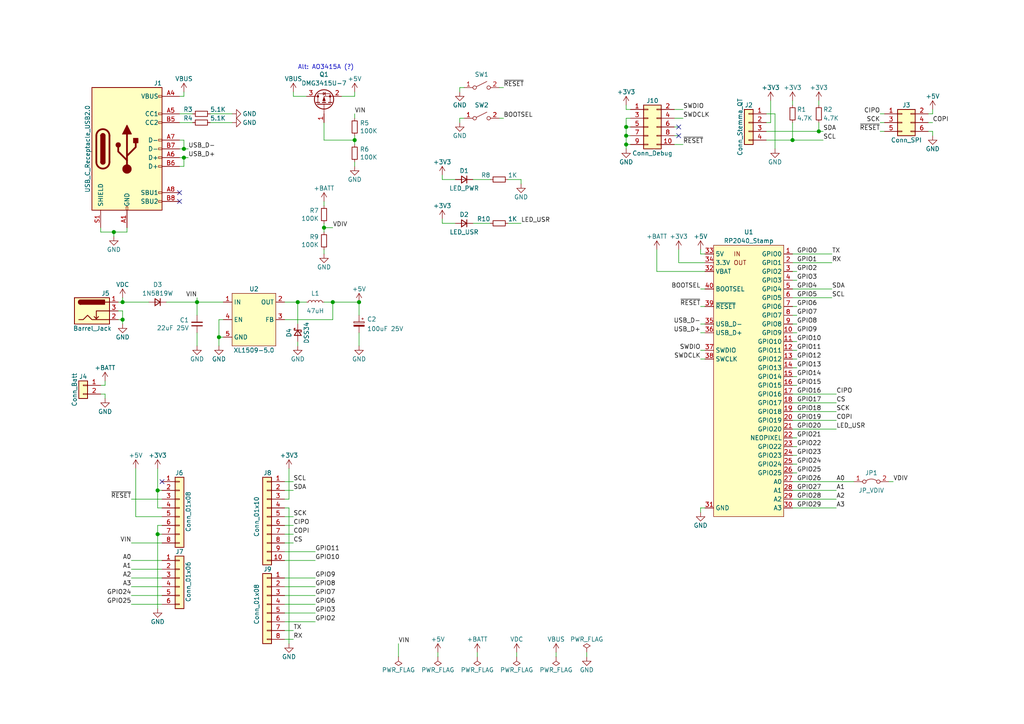
<source format=kicad_sch>
(kicad_sch (version 20210621) (generator eeschema)
  (paper "A4")
  (lib_symbols
    (symbol "Connector:Barrel_Jack_Switch" (pin_names hide)
      (property "Reference" "J" (at 0 5.334 0))
      (property "Value" "Barrel_Jack_Switch" (at 0 -5.08 0))
      (symbol "Barrel_Jack_Switch_1_1"
        (pin passive line (at 7.62 2.54 180) (length 2.54) (name "~") (number "1"))
        (pin passive line (at 7.62 -2.54 180) (length 2.54) (name "~") (number "2"))
        (pin passive line (at 7.62 0 180) (length 2.54) (name "~") (number "3"))
      )
    )
    (symbol "Connector:USB_C_Receptacle_USB2.0" (pin_names (offset 1.016))
      (property "Reference" "J" (at -10.16 19.05 0))
      (property "Value" "USB_C_Receptacle_USB2.0" (at 19.05 19.05 0))
      (symbol "USB_C_Receptacle_USB2.0_1_1"
        (pin passive line (at 0 -22.86 90) (length 5.08) (name "GND") (number "A1"))
        (pin passive line (at 0 -22.86 90) (length 5.08) hide (name "GND") (number "A12"))
        (pin passive line (at 15.24 15.24 180) (length 5.08) (name "VBUS") (number "A4"))
        (pin bidirectional line (at 15.24 10.16 180) (length 5.08) (name "CC1") (number "A5"))
        (pin bidirectional line (at 15.24 -2.54 180) (length 5.08) (name "D+") (number "A6"))
        (pin bidirectional line (at 15.24 2.54 180) (length 5.08) (name "D-") (number "A7"))
        (pin bidirectional line (at 15.24 -12.7 180) (length 5.08) (name "SBU1") (number "A8"))
        (pin passive line (at 15.24 15.24 180) (length 5.08) hide (name "VBUS") (number "A9"))
        (pin passive line (at 0 -22.86 90) (length 5.08) hide (name "GND") (number "B1"))
        (pin passive line (at 0 -22.86 90) (length 5.08) hide (name "GND") (number "B12"))
        (pin passive line (at 15.24 15.24 180) (length 5.08) hide (name "VBUS") (number "B4"))
        (pin bidirectional line (at 15.24 7.62 180) (length 5.08) (name "CC2") (number "B5"))
        (pin bidirectional line (at 15.24 -5.08 180) (length 5.08) (name "D+") (number "B6"))
        (pin bidirectional line (at 15.24 0 180) (length 5.08) (name "D-") (number "B7"))
        (pin bidirectional line (at 15.24 -15.24 180) (length 5.08) (name "SBU2") (number "B8"))
        (pin passive line (at 15.24 15.24 180) (length 5.08) hide (name "VBUS") (number "B9"))
        (pin passive line (at -7.62 -22.86 90) (length 5.08) (name "SHIELD") (number "S1"))
      )
    )
    (symbol "Connector_Generic:Conn_01x02" (pin_names (offset 1.016) hide)
      (property "Reference" "J" (at 0 2.54 0))
      (property "Value" "Conn_01x02" (at 0 -5.08 0))
      (symbol "Conn_01x02_1_1"
        (pin passive line (at -5.08 0 0) (length 3.81) (name "Pin_1") (number "1"))
        (pin passive line (at -5.08 -2.54 0) (length 3.81) (name "Pin_2") (number "2"))
      )
    )
    (symbol "Connector_Generic:Conn_01x04" (pin_names (offset 1.016) hide)
      (property "Reference" "J" (at 0 5.08 0))
      (property "Value" "Conn_01x04" (at 0 -7.62 0))
      (symbol "Conn_01x04_1_1"
        (pin passive line (at -5.08 2.54 0) (length 3.81) (name "Pin_1") (number "1"))
        (pin passive line (at -5.08 0 0) (length 3.81) (name "Pin_2") (number "2"))
        (pin passive line (at -5.08 -2.54 0) (length 3.81) (name "Pin_3") (number "3"))
        (pin passive line (at -5.08 -5.08 0) (length 3.81) (name "Pin_4") (number "4"))
      )
    )
    (symbol "Connector_Generic:Conn_01x06" (pin_names (offset 1.016) hide)
      (property "Reference" "J" (at 0 7.62 0))
      (property "Value" "Conn_01x06" (at 0 -10.16 0))
      (symbol "Conn_01x06_1_1"
        (pin passive line (at -5.08 5.08 0) (length 3.81) (name "Pin_1") (number "1"))
        (pin passive line (at -5.08 2.54 0) (length 3.81) (name "Pin_2") (number "2"))
        (pin passive line (at -5.08 0 0) (length 3.81) (name "Pin_3") (number "3"))
        (pin passive line (at -5.08 -2.54 0) (length 3.81) (name "Pin_4") (number "4"))
        (pin passive line (at -5.08 -5.08 0) (length 3.81) (name "Pin_5") (number "5"))
        (pin passive line (at -5.08 -7.62 0) (length 3.81) (name "Pin_6") (number "6"))
      )
    )
    (symbol "Connector_Generic:Conn_01x08" (pin_names (offset 1.016) hide)
      (property "Reference" "J" (at 0 10.16 0))
      (property "Value" "Conn_01x08" (at 0 -12.7 0))
      (symbol "Conn_01x08_1_1"
        (pin passive line (at -5.08 7.62 0) (length 3.81) (name "Pin_1") (number "1"))
        (pin passive line (at -5.08 5.08 0) (length 3.81) (name "Pin_2") (number "2"))
        (pin passive line (at -5.08 2.54 0) (length 3.81) (name "Pin_3") (number "3"))
        (pin passive line (at -5.08 0 0) (length 3.81) (name "Pin_4") (number "4"))
        (pin passive line (at -5.08 -2.54 0) (length 3.81) (name "Pin_5") (number "5"))
        (pin passive line (at -5.08 -5.08 0) (length 3.81) (name "Pin_6") (number "6"))
        (pin passive line (at -5.08 -7.62 0) (length 3.81) (name "Pin_7") (number "7"))
        (pin passive line (at -5.08 -10.16 0) (length 3.81) (name "Pin_8") (number "8"))
      )
    )
    (symbol "Connector_Generic:Conn_01x10" (pin_names (offset 1.016) hide)
      (property "Reference" "J" (at 0 12.7 0))
      (property "Value" "Conn_01x10" (at 0 -15.24 0))
      (symbol "Conn_01x10_1_1"
        (pin passive line (at -5.08 10.16 0) (length 3.81) (name "Pin_1") (number "1"))
        (pin passive line (at -5.08 -12.7 0) (length 3.81) (name "Pin_10") (number "10"))
        (pin passive line (at -5.08 7.62 0) (length 3.81) (name "Pin_2") (number "2"))
        (pin passive line (at -5.08 5.08 0) (length 3.81) (name "Pin_3") (number "3"))
        (pin passive line (at -5.08 2.54 0) (length 3.81) (name "Pin_4") (number "4"))
        (pin passive line (at -5.08 0 0) (length 3.81) (name "Pin_5") (number "5"))
        (pin passive line (at -5.08 -2.54 0) (length 3.81) (name "Pin_6") (number "6"))
        (pin passive line (at -5.08 -5.08 0) (length 3.81) (name "Pin_7") (number "7"))
        (pin passive line (at -5.08 -7.62 0) (length 3.81) (name "Pin_8") (number "8"))
        (pin passive line (at -5.08 -10.16 0) (length 3.81) (name "Pin_9") (number "9"))
      )
    )
    (symbol "Connector_Generic:Conn_02x03_Odd_Even" (pin_names (offset 1.016) hide)
      (property "Reference" "J" (at 1.27 5.08 0))
      (property "Value" "Conn_02x03_Odd_Even" (at 1.27 -5.08 0))
      (symbol "Conn_02x03_Odd_Even_1_1"
        (pin passive line (at -5.08 2.54 0) (length 3.81) (name "Pin_1") (number "1"))
        (pin passive line (at 7.62 2.54 180) (length 3.81) (name "Pin_2") (number "2"))
        (pin passive line (at -5.08 0 0) (length 3.81) (name "Pin_3") (number "3"))
        (pin passive line (at 7.62 0 180) (length 3.81) (name "Pin_4") (number "4"))
        (pin passive line (at -5.08 -2.54 0) (length 3.81) (name "Pin_5") (number "5"))
        (pin passive line (at 7.62 -2.54 180) (length 3.81) (name "Pin_6") (number "6"))
      )
    )
    (symbol "Connector_Generic:Conn_02x05_Odd_Even" (pin_names (offset 1.016) hide)
      (property "Reference" "J" (at 1.27 7.62 0))
      (property "Value" "Conn_02x05_Odd_Even" (at 1.27 -7.62 0))
      (symbol "Conn_02x05_Odd_Even_1_1"
        (pin passive line (at -5.08 5.08 0) (length 3.81) (name "Pin_1") (number "1"))
        (pin passive line (at 7.62 -5.08 180) (length 3.81) (name "Pin_10") (number "10"))
        (pin passive line (at 7.62 5.08 180) (length 3.81) (name "Pin_2") (number "2"))
        (pin passive line (at -5.08 2.54 0) (length 3.81) (name "Pin_3") (number "3"))
        (pin passive line (at 7.62 2.54 180) (length 3.81) (name "Pin_4") (number "4"))
        (pin passive line (at -5.08 0 0) (length 3.81) (name "Pin_5") (number "5"))
        (pin passive line (at 7.62 0 180) (length 3.81) (name "Pin_6") (number "6"))
        (pin passive line (at -5.08 -2.54 0) (length 3.81) (name "Pin_7") (number "7"))
        (pin passive line (at 7.62 -2.54 180) (length 3.81) (name "Pin_8") (number "8"))
        (pin passive line (at -5.08 -5.08 0) (length 3.81) (name "Pin_9") (number "9"))
      )
    )
    (symbol "Device:C_Polarized_Small" (pin_numbers hide) (pin_names (offset 0.254) hide)
      (property "Reference" "C" (at 0.254 1.778 0))
      (property "Value" "C_Polarized_Small" (at 0.254 -2.032 0))
      (symbol "C_Polarized_Small_1_1"
        (pin passive line (at 0 2.54 270) (length 1.8542) (name "~") (number "1"))
        (pin passive line (at 0 -2.54 90) (length 1.8542) (name "~") (number "2"))
      )
    )
    (symbol "Device:C_Small" (pin_numbers hide) (pin_names (offset 0.254) hide)
      (property "Reference" "C" (at 0.254 1.778 0))
      (property "Value" "C_Small" (at 0.254 -2.032 0))
      (symbol "C_Small_1_1"
        (pin passive line (at 0 2.54 270) (length 2.032) (name "~") (number "1"))
        (pin passive line (at 0 -2.54 90) (length 2.032) (name "~") (number "2"))
      )
    )
    (symbol "Device:D_Schottky_Small" (pin_numbers hide) (pin_names (offset 0.254) hide)
      (property "Reference" "D" (at -1.27 2.032 0))
      (property "Value" "D_Schottky_Small" (at -7.112 -2.032 0))
      (symbol "D_Schottky_Small_1_1"
        (pin passive line (at -2.54 0 0) (length 1.778) (name "K") (number "1"))
        (pin passive line (at 2.54 0 180) (length 1.778) (name "A") (number "2"))
      )
    )
    (symbol "Device:D_Small" (pin_numbers hide) (pin_names (offset 0.254) hide)
      (property "Reference" "D" (at -1.27 2.032 0))
      (property "Value" "D_Small" (at -3.81 -2.032 0))
      (symbol "D_Small_1_1"
        (pin passive line (at -2.54 0 0) (length 1.778) (name "K") (number "1"))
        (pin passive line (at 2.54 0 180) (length 1.778) (name "A") (number "2"))
      )
    )
    (symbol "Device:L_Small" (pin_numbers hide) (pin_names (offset 0.254) hide)
      (property "Reference" "L" (at 0.762 1.016 0))
      (property "Value" "L_Small" (at 0.762 -1.016 0))
      (symbol "L_Small_1_1"
        (pin passive line (at 0 2.54 270) (length 0.508) (name "~") (number "1"))
        (pin passive line (at 0 -2.54 90) (length 0.508) (name "~") (number "2"))
      )
    )
    (symbol "Device:R_Small" (pin_numbers hide) (pin_names (offset 0.254) hide)
      (property "Reference" "R" (at 0.762 0.508 0))
      (property "Value" "R_Small" (at 0.762 -1.016 0))
      (symbol "R_Small_1_1"
        (pin passive line (at 0 2.54 270) (length 0.762) (name "~") (number "1"))
        (pin passive line (at 0 -2.54 90) (length 0.762) (name "~") (number "2"))
      )
    )
    (symbol "Jumper:Jumper_2_Bridged" (pin_names (offset 0) hide)
      (property "Reference" "JP" (at 0 1.905 0))
      (property "Value" "Jumper_2_Bridged" (at 0 -2.54 0))
      (symbol "Jumper_2_Bridged_1_1"
        (pin passive line (at -5.08 0 0) (length 2.54) (name "A") (number "1"))
        (pin passive line (at 5.08 0 180) (length 2.54) (name "B") (number "2"))
      )
    )
    (symbol "RP2040_Stamp:RP2040_Stamp"
      (property "Reference" "U" (at 10.16 43.18 0))
      (property "Value" "RP2040_Stamp" (at 0 -38.1 0))
      (symbol "RP2040_Stamp_0_0"
        (text "IN" (at -4.445 39.37 0) (effects (font (size 1.27 1.27)) (justify left)))
        (text "OUT" (at -4.445 36.83 0) (effects (font (size 1.27 1.27)) (justify left)))
        (pin bidirectional line (at 12.7 39.37 180) (length 2.54) (name "GPIO0") (number "1"))
        (pin bidirectional line (at 12.7 16.51 180) (length 2.54) (name "GPIO9") (number "10"))
        (pin bidirectional line (at 12.7 13.97 180) (length 2.54) (name "GPIO10") (number "11"))
        (pin bidirectional line (at 12.7 11.43 180) (length 2.54) (name "GPIO11") (number "12"))
        (pin bidirectional line (at 12.7 8.89 180) (length 2.54) (name "GPIO12") (number "13"))
        (pin bidirectional line (at 12.7 6.35 180) (length 2.54) (name "GPIO13") (number "14"))
        (pin bidirectional line (at 12.7 3.81 180) (length 2.54) (name "GPIO14") (number "15"))
        (pin bidirectional line (at 12.7 1.27 180) (length 2.54) (name "GPIO15") (number "16"))
        (pin bidirectional line (at 12.7 -1.27 180) (length 2.54) (name "GPIO16") (number "17"))
        (pin bidirectional line (at 12.7 -3.81 180) (length 2.54) (name "GPIO17") (number "18"))
        (pin bidirectional line (at 12.7 -6.35 180) (length 2.54) (name "GPIO18") (number "19"))
        (pin bidirectional line (at 12.7 36.83 180) (length 2.54) (name "GPIO1") (number "2"))
        (pin bidirectional line (at 12.7 -8.89 180) (length 2.54) (name "GPIO19") (number "20"))
        (pin bidirectional line (at 12.7 -11.43 180) (length 2.54) (name "GPIO20") (number "21"))
        (pin bidirectional line (at 12.7 -13.97 180) (length 2.54) (name "GPIO21") (number "22") (alternate "NEOPIXEL" output line))
        (pin bidirectional line (at 12.7 -16.51 180) (length 2.54) (name "GPIO22") (number "23"))
        (pin bidirectional line (at 12.7 -19.05 180) (length 2.54) (name "GPIO23") (number "24"))
        (pin bidirectional line (at 12.7 -21.59 180) (length 2.54) (name "GPIO24") (number "25"))
        (pin bidirectional line (at 12.7 -24.13 180) (length 2.54) (name "GPIO25") (number "26"))
        (pin bidirectional line (at 12.7 -26.67 180) (length 2.54) (name "GPIO26") (number "27") (alternate "A0" input line))
        (pin bidirectional line (at 12.7 -29.21 180) (length 2.54) (name "GPIO27") (number "28") (alternate "A1" input line))
        (pin bidirectional line (at 12.7 -31.75 180) (length 2.54) (name "GPIO28") (number "29") (alternate "A2" input line))
        (pin bidirectional line (at 12.7 34.29 180) (length 2.54) (name "GPIO2") (number "3"))
        (pin bidirectional line (at 12.7 -34.29 180) (length 2.54) (name "GPIO29") (number "30") (alternate "A3" input line))
        (pin power_in line (at -12.7 -34.29 0) (length 2.54) (name "GND") (number "31"))
        (pin power_in line (at -12.7 34.29 0) (length 2.54) (name "VBAT") (number "32"))
        (pin power_in line (at -12.7 39.37 0) (length 2.54) (name "5V") (number "33"))
        (pin power_out line (at -12.7 36.83 0) (length 2.54) (name "3.3V") (number "34"))
        (pin bidirectional line (at -12.7 19.05 0) (length 2.54) (name "USB_D-") (number "35"))
        (pin bidirectional line (at -12.7 16.51 0) (length 2.54) (name "USB_D+") (number "36"))
        (pin bidirectional line (at -12.7 11.43 0) (length 2.54) (name "SWDIO") (number "37"))
        (pin input line (at -12.7 8.89 0) (length 2.54) (name "SWCLK") (number "38"))
        (pin bidirectional line (at -12.7 24.13 0) (length 2.54) (name "~{RESET}") (number "39"))
        (pin bidirectional line (at 12.7 31.75 180) (length 2.54) (name "GPIO3") (number "4"))
        (pin input line (at -12.7 29.21 0) (length 2.54) (name "BOOTSEL") (number "40"))
        (pin bidirectional line (at 12.7 29.21 180) (length 2.54) (name "GPIO4") (number "5"))
        (pin bidirectional line (at 12.7 26.67 180) (length 2.54) (name "GPIO5") (number "6"))
        (pin bidirectional line (at 12.7 24.13 180) (length 2.54) (name "GPIO6") (number "7"))
        (pin bidirectional line (at 12.7 21.59 180) (length 2.54) (name "GPIO7") (number "8"))
        (pin bidirectional line (at 12.7 19.05 180) (length 2.54) (name "GPIO8") (number "9"))
      )
    )
    (symbol "Regulator_Switching_Extra:XL1509-5.0"
      (property "Reference" "U" (at 6.35 8.89 0))
      (property "Value" "XL1509-5.0" (at 0 -8.89 0))
      (symbol "XL1509-5.0_0_0"
        (pin passive line (at -8.89 -5.08 0) (length 2.54) hide (name "GND") (number "6"))
        (pin passive line (at -8.89 -5.08 0) (length 2.54) hide (name "GND") (number "7"))
        (pin passive line (at -8.89 -5.08 0) (length 2.54) hide (name "GND") (number "8"))
      )
      (symbol "XL1509-5.0_1_1"
        (pin power_in line (at -8.89 5.08 0) (length 2.54) (name "IN") (number "1"))
        (pin power_out line (at 8.89 5.08 180) (length 2.54) (name "OUT") (number "2"))
        (pin input line (at 8.89 0 180) (length 2.54) (name "FB") (number "3"))
        (pin input line (at -8.89 0 0) (length 2.54) (name "EN") (number "4"))
        (pin power_in line (at -8.89 -5.08 0) (length 2.54) (name "GND") (number "5"))
      )
    )
    (symbol "Switch:SW_SPST" (pin_names (offset 0) hide)
      (property "Reference" "SW" (at 0 3.175 0))
      (property "Value" "SW_SPST" (at 0 -2.54 0))
      (symbol "SW_SPST_1_1"
        (pin passive line (at -5.08 0 0) (length 2.54) (name "A") (number "1"))
        (pin passive line (at 5.08 0 180) (length 2.54) (name "B") (number "2"))
      )
    )
    (symbol "Transistor_FET:BSS84" (pin_names hide)
      (property "Reference" "Q" (at 5.08 1.905 0))
      (property "Value" "BSS84" (at 5.08 0 0))
      (symbol "BSS84_1_1"
        (pin input line (at -5.08 0 0) (length 2.54) (name "G") (number "1"))
        (pin passive line (at 2.54 -5.08 90) (length 2.54) (name "S") (number "2"))
        (pin passive line (at 2.54 5.08 270) (length 2.54) (name "D") (number "3"))
      )
    )
    (symbol "power:+3.3V" (power) (pin_names (offset 0))
      (property "Value" "+3.3V" (at 0 3.556 0))
      (symbol "+3.3V_1_1"
        (pin power_in line (at 0 0 90) (length 0) hide (name "+3V3") (number "1"))
      )
    )
    (symbol "power:+3V3" (power) (pin_names (offset 0))
      (property "Value" "+3V3" (at 0 3.556 0))
      (symbol "+3V3_1_1"
        (pin power_in line (at 0 0 90) (length 0) hide (name "+3V3") (number "1"))
      )
    )
    (symbol "power:+5V" (power) (pin_names (offset 0))
      (property "Value" "+5V" (at 0 3.556 0))
      (symbol "+5V_1_1"
        (pin power_in line (at 0 0 90) (length 0) hide (name "+5V") (number "1"))
      )
    )
    (symbol "power:+BATT" (power) (pin_names (offset 0))
      (property "Value" "+BATT" (at 0 3.556 0))
      (symbol "+BATT_1_1"
        (pin power_in line (at 0 0 90) (length 0) hide (name "+BATT") (number "1"))
      )
    )
    (symbol "power:GND" (power) (pin_names (offset 0))
      (property "Value" "GND" (at 0 -3.81 0))
      (symbol "GND_1_1"
        (pin power_in line (at 0 0 270) (length 0) hide (name "GND") (number "1"))
      )
    )
    (symbol "power:PWR_FLAG" (power) (pin_numbers hide) (pin_names (offset 0) hide)
      (property "Value" "PWR_FLAG" (at 0 3.81 0))
      (symbol "PWR_FLAG_0_0"
        (pin power_out line (at 0 0 90) (length 0) (name "pwr") (number "1"))
      )
    )
    (symbol "power:VBUS" (power) (pin_names (offset 0))
      (property "Value" "VBUS" (at 0 3.81 0))
      (symbol "VBUS_1_1"
        (pin power_in line (at 0 0 90) (length 0) hide (name "VBUS") (number "1"))
      )
    )
    (symbol "power:VDC" (power) (pin_names (offset 0))
      (property "Value" "VDC" (at 0 6.35 0))
      (symbol "VDC_1_1"
        (pin power_in line (at 0 0 90) (length 0) hide (name "VDC") (number "1"))
      )
    )
  )
  (junction (at 33.02 67.31) (diameter 1.016))
  (junction (at 35.56 87.63) (diameter 1.016))
  (junction (at 35.56 92.71) (diameter 1.016))
  (junction (at 45.72 142.24) (diameter 1.016))
  (junction (at 45.72 154.94) (diameter 1.016))
  (junction (at 53.34 43.18) (diameter 1.016))
  (junction (at 53.34 45.72) (diameter 1.016))
  (junction (at 57.15 87.63) (diameter 1.016))
  (junction (at 63.5 97.79) (diameter 1.016))
  (junction (at 86.36 87.63) (diameter 1.016))
  (junction (at 93.98 66.04) (diameter 1.016))
  (junction (at 96.52 87.63) (diameter 1.016))
  (junction (at 102.87 40.64) (diameter 1.016))
  (junction (at 104.14 87.63) (diameter 1.016))
  (junction (at 181.61 36.83) (diameter 1.016))
  (junction (at 181.61 39.37) (diameter 1.016))
  (junction (at 181.61 41.91) (diameter 1.016))
  (junction (at 229.87 40.64) (diameter 1.016))
  (junction (at 237.49 38.1) (diameter 1.016))
  (no_connect (at 46.99 139.7))
  (no_connect (at 52.07 55.88))
  (no_connect (at 52.07 58.42))
  (no_connect (at 196.85 36.83))
  (no_connect (at 196.85 39.37))
  (wire (pts (xy 29.21 66.04) (xy 29.21 67.31)))
  (wire (pts (xy 29.21 67.31) (xy 33.02 67.31)))
  (wire (pts (xy 29.21 111.76) (xy 30.48 111.76)))
  (wire (pts (xy 29.21 114.3) (xy 30.48 114.3)))
  (wire (pts (xy 30.48 110.49) (xy 30.48 111.76)))
  (wire (pts (xy 30.48 114.3) (xy 30.48 115.57)))
  (wire (pts (xy 33.02 67.31) (xy 33.02 68.58)))
  (wire (pts (xy 33.02 67.31) (xy 36.83 67.31)))
  (wire (pts (xy 34.29 87.63) (xy 35.56 87.63)))
  (wire (pts (xy 34.29 90.17) (xy 35.56 90.17)))
  (wire (pts (xy 34.29 92.71) (xy 35.56 92.71)))
  (wire (pts (xy 35.56 87.63) (xy 35.56 86.36)))
  (wire (pts (xy 35.56 87.63) (xy 43.18 87.63)))
  (wire (pts (xy 35.56 90.17) (xy 35.56 92.71)))
  (wire (pts (xy 35.56 92.71) (xy 35.56 93.98)))
  (wire (pts (xy 36.83 67.31) (xy 36.83 66.04)))
  (wire (pts (xy 38.1 144.78) (xy 46.99 144.78)))
  (wire (pts (xy 38.1 157.48) (xy 46.99 157.48)))
  (wire (pts (xy 38.1 172.72) (xy 46.99 172.72)))
  (wire (pts (xy 38.1 175.26) (xy 46.99 175.26)))
  (wire (pts (xy 39.37 149.86) (xy 39.37 135.89)))
  (wire (pts (xy 39.37 149.86) (xy 46.99 149.86)))
  (wire (pts (xy 45.72 135.89) (xy 45.72 142.24)))
  (wire (pts (xy 45.72 142.24) (xy 45.72 147.32)))
  (wire (pts (xy 45.72 142.24) (xy 46.99 142.24)))
  (wire (pts (xy 45.72 147.32) (xy 46.99 147.32)))
  (wire (pts (xy 45.72 152.4) (xy 45.72 154.94)))
  (wire (pts (xy 45.72 154.94) (xy 45.72 176.53)))
  (wire (pts (xy 46.99 152.4) (xy 45.72 152.4)))
  (wire (pts (xy 46.99 154.94) (xy 45.72 154.94)))
  (wire (pts (xy 46.99 162.56) (xy 38.1 162.56)))
  (wire (pts (xy 46.99 165.1) (xy 38.1 165.1)))
  (wire (pts (xy 46.99 167.64) (xy 38.1 167.64)))
  (wire (pts (xy 46.99 170.18) (xy 38.1 170.18)))
  (wire (pts (xy 48.26 87.63) (xy 57.15 87.63)))
  (wire (pts (xy 52.07 27.94) (xy 53.34 27.94)))
  (wire (pts (xy 52.07 33.02) (xy 55.88 33.02)))
  (wire (pts (xy 52.07 35.56) (xy 55.88 35.56)))
  (wire (pts (xy 52.07 40.64) (xy 53.34 40.64)))
  (wire (pts (xy 52.07 43.18) (xy 53.34 43.18)))
  (wire (pts (xy 52.07 45.72) (xy 53.34 45.72)))
  (wire (pts (xy 52.07 48.26) (xy 53.34 48.26)))
  (wire (pts (xy 53.34 26.67) (xy 53.34 27.94)))
  (wire (pts (xy 53.34 40.64) (xy 53.34 43.18)))
  (wire (pts (xy 53.34 43.18) (xy 54.61 43.18)))
  (wire (pts (xy 53.34 45.72) (xy 54.61 45.72)))
  (wire (pts (xy 53.34 48.26) (xy 53.34 45.72)))
  (wire (pts (xy 57.15 87.63) (xy 57.15 86.36)))
  (wire (pts (xy 57.15 87.63) (xy 57.15 91.44)))
  (wire (pts (xy 57.15 87.63) (xy 64.77 87.63)))
  (wire (pts (xy 57.15 96.52) (xy 57.15 100.33)))
  (wire (pts (xy 60.96 33.02) (xy 67.31 33.02)))
  (wire (pts (xy 60.96 35.56) (xy 67.31 35.56)))
  (wire (pts (xy 63.5 92.71) (xy 63.5 97.79)))
  (wire (pts (xy 63.5 97.79) (xy 63.5 100.33)))
  (wire (pts (xy 64.77 92.71) (xy 63.5 92.71)))
  (wire (pts (xy 64.77 97.79) (xy 63.5 97.79)))
  (wire (pts (xy 82.55 87.63) (xy 86.36 87.63)))
  (wire (pts (xy 82.55 92.71) (xy 96.52 92.71)))
  (wire (pts (xy 82.55 139.7) (xy 85.09 139.7)))
  (wire (pts (xy 82.55 142.24) (xy 85.09 142.24)))
  (wire (pts (xy 82.55 144.78) (xy 83.82 144.78)))
  (wire (pts (xy 82.55 147.32) (xy 83.82 147.32)))
  (wire (pts (xy 82.55 149.86) (xy 85.09 149.86)))
  (wire (pts (xy 82.55 152.4) (xy 85.09 152.4)))
  (wire (pts (xy 82.55 154.94) (xy 85.09 154.94)))
  (wire (pts (xy 82.55 157.48) (xy 85.09 157.48)))
  (wire (pts (xy 82.55 160.02) (xy 91.44 160.02)))
  (wire (pts (xy 82.55 162.56) (xy 91.44 162.56)))
  (wire (pts (xy 82.55 167.64) (xy 91.44 167.64)))
  (wire (pts (xy 82.55 170.18) (xy 91.44 170.18)))
  (wire (pts (xy 82.55 172.72) (xy 91.44 172.72)))
  (wire (pts (xy 82.55 175.26) (xy 91.44 175.26)))
  (wire (pts (xy 82.55 177.8) (xy 91.44 177.8)))
  (wire (pts (xy 82.55 180.34) (xy 91.44 180.34)))
  (wire (pts (xy 82.55 182.88) (xy 85.09 182.88)))
  (wire (pts (xy 82.55 185.42) (xy 85.09 185.42)))
  (wire (pts (xy 83.82 135.89) (xy 83.82 144.78)))
  (wire (pts (xy 83.82 147.32) (xy 83.82 186.69)))
  (wire (pts (xy 85.09 26.67) (xy 85.09 27.94)))
  (wire (pts (xy 85.09 27.94) (xy 88.9 27.94)))
  (wire (pts (xy 86.36 87.63) (xy 88.9 87.63)))
  (wire (pts (xy 86.36 93.98) (xy 86.36 87.63)))
  (wire (pts (xy 86.36 99.06) (xy 86.36 100.33)))
  (wire (pts (xy 93.98 40.64) (xy 93.98 35.56)))
  (wire (pts (xy 93.98 40.64) (xy 102.87 40.64)))
  (wire (pts (xy 93.98 58.42) (xy 93.98 59.69)))
  (wire (pts (xy 93.98 64.77) (xy 93.98 66.04)))
  (wire (pts (xy 93.98 66.04) (xy 93.98 67.31)))
  (wire (pts (xy 93.98 72.39) (xy 93.98 73.66)))
  (wire (pts (xy 93.98 87.63) (xy 96.52 87.63)))
  (wire (pts (xy 96.52 66.04) (xy 93.98 66.04)))
  (wire (pts (xy 96.52 87.63) (xy 96.52 92.71)))
  (wire (pts (xy 96.52 87.63) (xy 104.14 87.63)))
  (wire (pts (xy 99.06 27.94) (xy 102.87 27.94)))
  (wire (pts (xy 102.87 26.67) (xy 102.87 27.94)))
  (wire (pts (xy 102.87 33.02) (xy 102.87 34.29)))
  (wire (pts (xy 102.87 39.37) (xy 102.87 40.64)))
  (wire (pts (xy 102.87 40.64) (xy 102.87 41.91)))
  (wire (pts (xy 102.87 46.99) (xy 102.87 48.26)))
  (wire (pts (xy 104.14 87.63) (xy 104.14 91.44)))
  (wire (pts (xy 104.14 96.52) (xy 104.14 100.33)))
  (wire (pts (xy 115.57 186.69) (xy 115.57 190.5)))
  (wire (pts (xy 127 189.23) (xy 127 190.5)))
  (wire (pts (xy 128.27 52.07) (xy 128.27 50.8)))
  (wire (pts (xy 128.27 52.07) (xy 132.08 52.07)))
  (wire (pts (xy 128.27 64.77) (xy 128.27 63.5)))
  (wire (pts (xy 128.27 64.77) (xy 132.08 64.77)))
  (wire (pts (xy 133.35 25.4) (xy 133.35 26.67)))
  (wire (pts (xy 133.35 34.29) (xy 133.35 35.56)))
  (wire (pts (xy 134.62 25.4) (xy 133.35 25.4)))
  (wire (pts (xy 134.62 34.29) (xy 133.35 34.29)))
  (wire (pts (xy 137.16 52.07) (xy 142.24 52.07)))
  (wire (pts (xy 137.16 64.77) (xy 142.24 64.77)))
  (wire (pts (xy 138.43 189.23) (xy 138.43 190.5)))
  (wire (pts (xy 144.78 25.4) (xy 146.05 25.4)))
  (wire (pts (xy 144.78 34.29) (xy 146.05 34.29)))
  (wire (pts (xy 147.32 52.07) (xy 151.13 52.07)))
  (wire (pts (xy 147.32 64.77) (xy 151.13 64.77)))
  (wire (pts (xy 149.86 189.23) (xy 149.86 190.5)))
  (wire (pts (xy 151.13 52.07) (xy 151.13 53.34)))
  (wire (pts (xy 161.29 189.23) (xy 161.29 190.5)))
  (wire (pts (xy 170.18 189.23) (xy 170.18 190.5)))
  (wire (pts (xy 181.61 31.75) (xy 181.61 30.48)))
  (wire (pts (xy 181.61 34.29) (xy 181.61 36.83)))
  (wire (pts (xy 181.61 36.83) (xy 181.61 39.37)))
  (wire (pts (xy 181.61 39.37) (xy 181.61 41.91)))
  (wire (pts (xy 181.61 41.91) (xy 181.61 43.18)))
  (wire (pts (xy 182.88 31.75) (xy 181.61 31.75)))
  (wire (pts (xy 182.88 34.29) (xy 181.61 34.29)))
  (wire (pts (xy 182.88 36.83) (xy 181.61 36.83)))
  (wire (pts (xy 182.88 39.37) (xy 181.61 39.37)))
  (wire (pts (xy 182.88 41.91) (xy 181.61 41.91)))
  (wire (pts (xy 190.5 78.74) (xy 190.5 72.39)))
  (wire (pts (xy 190.5 78.74) (xy 204.47 78.74)))
  (wire (pts (xy 195.58 31.75) (xy 198.12 31.75)))
  (wire (pts (xy 195.58 34.29) (xy 198.12 34.29)))
  (wire (pts (xy 195.58 36.83) (xy 196.85 36.83)))
  (wire (pts (xy 195.58 39.37) (xy 196.85 39.37)))
  (wire (pts (xy 195.58 41.91) (xy 198.12 41.91)))
  (wire (pts (xy 196.85 72.39) (xy 196.85 76.2)))
  (wire (pts (xy 196.85 76.2) (xy 204.47 76.2)))
  (wire (pts (xy 203.2 72.39) (xy 203.2 73.66)))
  (wire (pts (xy 203.2 83.82) (xy 204.47 83.82)))
  (wire (pts (xy 203.2 88.9) (xy 204.47 88.9)))
  (wire (pts (xy 203.2 93.98) (xy 204.47 93.98)))
  (wire (pts (xy 203.2 96.52) (xy 204.47 96.52)))
  (wire (pts (xy 203.2 101.6) (xy 204.47 101.6)))
  (wire (pts (xy 203.2 104.14) (xy 204.47 104.14)))
  (wire (pts (xy 203.2 147.32) (xy 203.2 148.59)))
  (wire (pts (xy 204.47 73.66) (xy 203.2 73.66)))
  (wire (pts (xy 204.47 147.32) (xy 203.2 147.32)))
  (wire (pts (xy 222.25 33.02) (xy 224.79 33.02)))
  (wire (pts (xy 222.25 35.56) (xy 223.52 35.56)))
  (wire (pts (xy 222.25 38.1) (xy 237.49 38.1)))
  (wire (pts (xy 222.25 40.64) (xy 229.87 40.64)))
  (wire (pts (xy 223.52 35.56) (xy 223.52 29.21)))
  (wire (pts (xy 224.79 33.02) (xy 224.79 43.18)))
  (wire (pts (xy 229.87 29.21) (xy 229.87 30.48)))
  (wire (pts (xy 229.87 35.56) (xy 229.87 40.64)))
  (wire (pts (xy 229.87 40.64) (xy 238.76 40.64)))
  (wire (pts (xy 229.87 73.66) (xy 241.3 73.66)))
  (wire (pts (xy 229.87 76.2) (xy 241.3 76.2)))
  (wire (pts (xy 229.87 78.74) (xy 231.14 78.74)))
  (wire (pts (xy 229.87 81.28) (xy 231.14 81.28)))
  (wire (pts (xy 229.87 83.82) (xy 241.3 83.82)))
  (wire (pts (xy 229.87 86.36) (xy 241.3 86.36)))
  (wire (pts (xy 229.87 88.9) (xy 231.14 88.9)))
  (wire (pts (xy 229.87 91.44) (xy 231.14 91.44)))
  (wire (pts (xy 229.87 93.98) (xy 231.14 93.98)))
  (wire (pts (xy 229.87 96.52) (xy 231.14 96.52)))
  (wire (pts (xy 229.87 99.06) (xy 231.14 99.06)))
  (wire (pts (xy 229.87 101.6) (xy 231.14 101.6)))
  (wire (pts (xy 229.87 104.14) (xy 231.14 104.14)))
  (wire (pts (xy 229.87 106.68) (xy 231.14 106.68)))
  (wire (pts (xy 229.87 109.22) (xy 231.14 109.22)))
  (wire (pts (xy 229.87 111.76) (xy 231.14 111.76)))
  (wire (pts (xy 229.87 114.3) (xy 242.57 114.3)))
  (wire (pts (xy 229.87 116.84) (xy 242.57 116.84)))
  (wire (pts (xy 229.87 119.38) (xy 242.57 119.38)))
  (wire (pts (xy 229.87 121.92) (xy 242.57 121.92)))
  (wire (pts (xy 229.87 124.46) (xy 242.57 124.46)))
  (wire (pts (xy 229.87 127) (xy 231.14 127)))
  (wire (pts (xy 229.87 129.54) (xy 231.14 129.54)))
  (wire (pts (xy 229.87 132.08) (xy 231.14 132.08)))
  (wire (pts (xy 229.87 134.62) (xy 231.14 134.62)))
  (wire (pts (xy 229.87 137.16) (xy 231.14 137.16)))
  (wire (pts (xy 229.87 139.7) (xy 247.65 139.7)))
  (wire (pts (xy 229.87 142.24) (xy 242.57 142.24)))
  (wire (pts (xy 229.87 144.78) (xy 242.57 144.78)))
  (wire (pts (xy 229.87 147.32) (xy 242.57 147.32)))
  (wire (pts (xy 237.49 29.21) (xy 237.49 30.48)))
  (wire (pts (xy 237.49 35.56) (xy 237.49 38.1)))
  (wire (pts (xy 237.49 38.1) (xy 238.76 38.1)))
  (wire (pts (xy 255.27 33.02) (xy 256.54 33.02)))
  (wire (pts (xy 255.27 35.56) (xy 256.54 35.56)))
  (wire (pts (xy 255.27 38.1) (xy 256.54 38.1)))
  (wire (pts (xy 257.81 139.7) (xy 259.08 139.7)))
  (wire (pts (xy 269.24 33.02) (xy 270.51 33.02)))
  (wire (pts (xy 269.24 35.56) (xy 270.51 35.56)))
  (wire (pts (xy 269.24 38.1) (xy 270.51 38.1)))
  (wire (pts (xy 270.51 31.75) (xy 270.51 33.02)))
  (wire (pts (xy 270.51 39.37) (xy 270.51 38.1)))
  (text "Alt: AO3415A (?)" (at 86.36 20.32 0) (effects (font (size 1.27 1.27)) (justify left bottom)))
  (label "~{RESET}" (at 38.1 144.78 180))
  (label "VIN" (at 38.1 157.48 180))
  (label "A0" (at 38.1 162.56 180))
  (label "A1" (at 38.1 165.1 180))
  (label "A2" (at 38.1 167.64 180))
  (label "A3" (at 38.1 170.18 180))
  (label "GPIO24" (at 38.1 172.72 180))
  (label "GPIO25" (at 38.1 175.26 180))
  (label "USB_D-" (at 54.61 43.18 0))
  (label "USB_D+" (at 54.61 45.72 0))
  (label "VIN" (at 57.15 86.36 180))
  (label "SCL" (at 85.09 139.7 0))
  (label "SDA" (at 85.09 142.24 0))
  (label "SCK" (at 85.09 149.86 0))
  (label "CIPO" (at 85.09 152.4 0))
  (label "COPI" (at 85.09 154.94 0))
  (label "CS" (at 85.09 157.48 0))
  (label "TX" (at 85.09 182.88 0))
  (label "RX" (at 85.09 185.42 0))
  (label "GPIO11" (at 91.44 160.02 0))
  (label "GPIO10" (at 91.44 162.56 0))
  (label "GPIO9" (at 91.44 167.64 0))
  (label "GPIO8" (at 91.44 170.18 0))
  (label "GPIO7" (at 91.44 172.72 0))
  (label "GPIO6" (at 91.44 175.26 0))
  (label "GPIO3" (at 91.44 177.8 0))
  (label "GPIO2" (at 91.44 180.34 0))
  (label "VDIV" (at 96.52 66.04 0))
  (label "VIN" (at 102.87 33.02 0))
  (label "VIN" (at 115.57 186.69 0))
  (label "~{RESET}" (at 146.05 25.4 0))
  (label "BOOTSEL" (at 146.05 34.29 0))
  (label "LED_USR" (at 151.13 64.77 0))
  (label "SWDIO" (at 198.12 31.75 0))
  (label "SWDCLK" (at 198.12 34.29 0))
  (label "~{RESET}" (at 198.12 41.91 0))
  (label "BOOTSEL" (at 203.2 83.82 180))
  (label "~{RESET}" (at 203.2 88.9 180))
  (label "USB_D-" (at 203.2 93.98 180))
  (label "USB_D+" (at 203.2 96.52 180))
  (label "SWDIO" (at 203.2 101.6 180))
  (label "SWDCLK" (at 203.2 104.14 180))
  (label "GPIO0" (at 231.14 73.66 0))
  (label "GPIO1" (at 231.14 76.2 0))
  (label "GPIO2" (at 231.14 78.74 0))
  (label "GPIO3" (at 231.14 81.28 0))
  (label "GPIO4" (at 231.14 83.82 0))
  (label "GPIO5" (at 231.14 86.36 0))
  (label "GPIO6" (at 231.14 88.9 0))
  (label "GPIO7" (at 231.14 91.44 0))
  (label "GPIO8" (at 231.14 93.98 0))
  (label "GPIO9" (at 231.14 96.52 0))
  (label "GPIO10" (at 231.14 99.06 0))
  (label "GPIO11" (at 231.14 101.6 0))
  (label "GPIO12" (at 231.14 104.14 0))
  (label "GPIO13" (at 231.14 106.68 0))
  (label "GPIO14" (at 231.14 109.22 0))
  (label "GPIO15" (at 231.14 111.76 0))
  (label "GPIO16" (at 231.14 114.3 0))
  (label "GPIO17" (at 231.14 116.84 0))
  (label "GPIO18" (at 231.14 119.38 0))
  (label "GPIO19" (at 231.14 121.92 0))
  (label "GPIO20" (at 231.14 124.46 0))
  (label "GPIO21" (at 231.14 127 0))
  (label "GPIO22" (at 231.14 129.54 0))
  (label "GPIO23" (at 231.14 132.08 0))
  (label "GPIO24" (at 231.14 134.62 0))
  (label "GPIO25" (at 231.14 137.16 0))
  (label "GPIO26" (at 231.14 139.7 0))
  (label "GPIO27" (at 231.14 142.24 0))
  (label "GPIO28" (at 231.14 144.78 0))
  (label "GPIO29" (at 231.14 147.32 0))
  (label "SDA" (at 238.76 38.1 0))
  (label "SCL" (at 238.76 40.64 0))
  (label "TX" (at 241.3 73.66 0))
  (label "RX" (at 241.3 76.2 0))
  (label "SDA" (at 241.3 83.82 0))
  (label "SCL" (at 241.3 86.36 0))
  (label "CIPO" (at 242.57 114.3 0))
  (label "CS" (at 242.57 116.84 0))
  (label "SCK" (at 242.57 119.38 0))
  (label "COPI" (at 242.57 121.92 0))
  (label "LED_USR" (at 242.57 124.46 0))
  (label "A0" (at 242.57 139.7 0))
  (label "A1" (at 242.57 142.24 0))
  (label "A2" (at 242.57 144.78 0))
  (label "A3" (at 242.57 147.32 0))
  (label "CIPO" (at 255.27 33.02 180))
  (label "SCK" (at 255.27 35.56 180))
  (label "~{RESET}" (at 255.27 38.1 180))
  (label "VDIV" (at 259.08 139.7 0))
  (label "COPI" (at 270.51 35.56 0))
  (symbol (lib_id "power:+BATT") (at 30.48 110.49 0) (unit 1)
    (property "Reference" "#PWR0117" (effects hide))
    (property "Value" "+BATT" (at 30.48 106.68 0))
  )
  (symbol (lib_id "power:VDC") (at 35.56 86.36 0) (unit 1)
    (property "Reference" "#PWR0115" (effects hide))
    (property "Value" "VDC" (at 35.56 82.55 0))
  )
  (symbol (lib_id "power:+5V") (at 39.37 135.89 0) (unit 1)
    (property "Reference" "#PWR0111" (effects hide))
    (property "Value" "+5V" (at 39.37 132.08 0))
  )
  (symbol (lib_id "power:+3.3V") (at 45.72 135.89 0) (unit 1)
    (property "Reference" "#PWR0112" (effects hide))
    (property "Value" "+3.3V" (at 45.72 132.08 0))
  )
  (symbol (lib_id "power:VBUS") (at 53.34 26.67 0) (unit 1)
    (property "Reference" "#PWR0118" (effects hide))
    (property "Value" "VBUS" (at 53.34 22.86 0))
  )
  (symbol (lib_id "power:+3.3V") (at 83.82 135.89 0) (unit 1)
    (property "Reference" "#PWR0131" (effects hide))
    (property "Value" "+3.3V" (at 83.82 132.08 0))
  )
  (symbol (lib_id "power:VBUS") (at 85.09 26.67 0) (unit 1)
    (property "Reference" "#PWR0135" (effects hide))
    (property "Value" "VBUS" (at 85.09 22.86 0))
  )
  (symbol (lib_id "power:+BATT") (at 93.98 58.42 0) (unit 1)
    (property "Reference" "#PWR0143" (effects hide))
    (property "Value" "+BATT" (at 93.98 54.61 0))
  )
  (symbol (lib_id "power:+5V") (at 102.87 26.67 0) (unit 1)
    (property "Reference" "#PWR0136" (effects hide))
    (property "Value" "+5V" (at 102.87 22.86 0))
  )
  (symbol (lib_id "power:+5V") (at 104.14 87.63 0) (unit 1)
    (property "Reference" "#PWR0141" (effects hide))
    (property "Value" "+5V" (at 104.14 83.82 0))
  )
  (symbol (lib_id "power:+5V") (at 127 189.23 0) (unit 1)
    (property "Reference" "#PWR0126" (effects hide))
    (property "Value" "+5V" (at 127 185.42 0))
  )
  (symbol (lib_id "power:+3.3V") (at 128.27 50.8 0) (unit 1)
    (property "Reference" "#PWR0134" (effects hide))
    (property "Value" "+3.3V" (at 128.27 46.99 0))
  )
  (symbol (lib_id "power:+3.3V") (at 128.27 63.5 0) (unit 1)
    (property "Reference" "#PWR0133" (effects hide))
    (property "Value" "+3.3V" (at 128.27 59.69 0))
  )
  (symbol (lib_id "power:+BATT") (at 138.43 189.23 0) (unit 1)
    (property "Reference" "#PWR0145" (effects hide))
    (property "Value" "+BATT" (at 138.43 185.42 0))
  )
  (symbol (lib_id "power:VDC") (at 149.86 189.23 0) (unit 1)
    (property "Reference" "#PWR0127" (effects hide))
    (property "Value" "VDC" (at 149.86 185.42 0))
  )
  (symbol (lib_id "power:VBUS") (at 161.29 189.23 0) (unit 1)
    (property "Reference" "#PWR0129" (effects hide))
    (property "Value" "VBUS" (at 161.29 185.42 0))
  )
  (symbol (lib_id "power:+3.3V") (at 181.61 30.48 0) (unit 1)
    (property "Reference" "#PWR0106" (effects hide))
    (property "Value" "+3.3V" (at 181.61 26.67 0))
  )
  (symbol (lib_id "power:+BATT") (at 190.5 72.39 0) (unit 1)
    (property "Reference" "#PWR0124" (effects hide))
    (property "Value" "+BATT" (at 190.5 68.58 0))
  )
  (symbol (lib_id "power:+3.3V") (at 196.85 72.39 0) (unit 1)
    (property "Reference" "#PWR0123" (effects hide))
    (property "Value" "+3.3V" (at 196.85 68.58 0))
  )
  (symbol (lib_id "power:+5V") (at 203.2 72.39 0) (unit 1)
    (property "Reference" "#PWR0130" (effects hide))
    (property "Value" "+5V" (at 203.2 68.58 0))
  )
  (symbol (lib_id "power:+3V3") (at 223.52 29.21 0) (unit 1)
    (property "Reference" "#PWR0103" (effects hide))
    (property "Value" "+3V3" (at 223.52 25.4 0))
  )
  (symbol (lib_id "power:+3V3") (at 229.87 29.21 0) (unit 1)
    (property "Reference" "#PWR0101" (effects hide))
    (property "Value" "+3V3" (at 229.87 25.4 0))
  )
  (symbol (lib_id "power:+3V3") (at 237.49 29.21 0) (unit 1)
    (property "Reference" "#PWR0104" (effects hide))
    (property "Value" "+3V3" (at 237.49 25.4 0))
  )
  (symbol (lib_id "power:+5V") (at 270.51 31.75 0) (unit 1)
    (property "Reference" "#PWR0128" (effects hide))
    (property "Value" "+5V" (at 270.51 27.94 0))
  )
  (symbol (lib_id "Device:L_Small") (at 91.44 87.63 90) (unit 1)
    (property "Reference" "L1" (at 91.44 85.09 90))
    (property "Value" "47uH" (at 91.44 90.17 90))
    (property "Footprint" "Inductor_SMD:L_Bourns_SRP7028A_7.3x6.6mm" (effects hide))
    (property "Datasheet" "https://datasheet.lcsc.com/lcsc/1809291526_SXN-Shun-Xiang-Nuo-Elec-SMMS0650-470M_C149588.pdf" (effects hide))
    (property "LCSC" "C149588" (effects hide))
  )
  (symbol (lib_id "power:PWR_FLAG") (at 115.57 190.5 180) (unit 1)
    (property "Reference" "#FLG0105" (effects hide))
    (property "Value" "PWR_FLAG" (at 115.57 194.31 0))
  )
  (symbol (lib_id "power:PWR_FLAG") (at 127 190.5 180) (unit 1)
    (property "Reference" "#FLG0101" (effects hide))
    (property "Value" "PWR_FLAG" (at 127 194.31 0))
  )
  (symbol (lib_id "power:PWR_FLAG") (at 138.43 190.5 180) (unit 1)
    (property "Reference" "#FLG0106" (effects hide))
    (property "Value" "PWR_FLAG" (at 138.43 194.31 0))
  )
  (symbol (lib_id "power:PWR_FLAG") (at 149.86 190.5 180) (unit 1)
    (property "Reference" "#FLG0103" (effects hide))
    (property "Value" "PWR_FLAG" (at 149.86 194.31 0))
  )
  (symbol (lib_id "power:PWR_FLAG") (at 161.29 190.5 180) (unit 1)
    (property "Reference" "#FLG0104" (effects hide))
    (property "Value" "PWR_FLAG" (at 161.29 194.31 0))
  )
  (symbol (lib_id "power:PWR_FLAG") (at 170.18 189.23 0) (unit 1)
    (property "Reference" "#FLG0102" (effects hide))
    (property "Value" "PWR_FLAG" (at 170.18 185.42 0))
  )
  (symbol (lib_id "power:GND") (at 30.48 115.57 0) (unit 1)
    (property "Reference" "#PWR0114" (effects hide))
    (property "Value" "GND" (at 30.48 119.38 0))
  )
  (symbol (lib_id "power:GND") (at 33.02 68.58 0) (unit 1)
    (property "Reference" "#PWR0116" (effects hide))
    (property "Value" "GND" (at 33.02 72.39 0))
  )
  (symbol (lib_id "power:GND") (at 35.56 93.98 0) (unit 1)
    (property "Reference" "#PWR0113" (effects hide))
    (property "Value" "GND" (at 35.56 97.79 0))
  )
  (symbol (lib_id "power:GND") (at 45.72 176.53 0) (unit 1)
    (property "Reference" "#PWR0110" (effects hide))
    (property "Value" "GND" (at 45.72 180.34 0))
  )
  (symbol (lib_id "power:GND") (at 57.15 100.33 0) (mirror y) (unit 1)
    (property "Reference" "#PWR0138" (effects hide))
    (property "Value" "GND" (at 57.15 104.14 0))
  )
  (symbol (lib_id "power:GND") (at 63.5 100.33 0) (unit 1)
    (property "Reference" "#PWR0139" (effects hide))
    (property "Value" "GND" (at 63.5 104.14 0))
  )
  (symbol (lib_id "power:GND") (at 67.31 33.02 90) (unit 1)
    (property "Reference" "#PWR0119" (effects hide))
    (property "Value" "GND" (at 72.39 33.02 90))
  )
  (symbol (lib_id "power:GND") (at 67.31 35.56 90) (unit 1)
    (property "Reference" "#PWR0120" (effects hide))
    (property "Value" "GND" (at 72.39 35.56 90))
  )
  (symbol (lib_id "power:GND") (at 83.82 186.69 0) (unit 1)
    (property "Reference" "#PWR0109" (effects hide))
    (property "Value" "GND" (at 83.82 190.5 0))
  )
  (symbol (lib_id "power:GND") (at 86.36 100.33 0) (unit 1)
    (property "Reference" "#PWR0142" (effects hide))
    (property "Value" "GND" (at 86.36 104.14 0))
  )
  (symbol (lib_id "power:GND") (at 93.98 73.66 0) (mirror y) (unit 1)
    (property "Reference" "#PWR0144" (effects hide))
    (property "Value" "GND" (at 93.98 77.47 0))
  )
  (symbol (lib_id "power:GND") (at 102.87 48.26 0) (mirror y) (unit 1)
    (property "Reference" "#PWR0137" (effects hide))
    (property "Value" "GND" (at 102.87 52.07 0))
  )
  (symbol (lib_id "power:GND") (at 104.14 100.33 0) (mirror y) (unit 1)
    (property "Reference" "#PWR0140" (effects hide))
    (property "Value" "GND" (at 104.14 104.14 0))
  )
  (symbol (lib_id "power:GND") (at 133.35 26.67 0) (unit 1)
    (property "Reference" "#PWR0107" (effects hide))
    (property "Value" "GND" (at 133.35 30.48 0))
  )
  (symbol (lib_id "power:GND") (at 133.35 35.56 0) (unit 1)
    (property "Reference" "#PWR0108" (effects hide))
    (property "Value" "GND" (at 133.35 39.37 0))
  )
  (symbol (lib_id "power:GND") (at 151.13 53.34 0) (unit 1)
    (property "Reference" "#PWR0132" (effects hide))
    (property "Value" "GND" (at 151.13 57.15 0))
  )
  (symbol (lib_id "power:GND") (at 170.18 190.5 0) (unit 1)
    (property "Reference" "#PWR0125" (effects hide))
    (property "Value" "GND" (at 170.18 194.31 0))
  )
  (symbol (lib_id "power:GND") (at 181.61 43.18 0) (unit 1)
    (property "Reference" "#PWR0105" (effects hide))
    (property "Value" "GND" (at 181.61 46.99 0))
  )
  (symbol (lib_id "power:GND") (at 203.2 148.59 0) (unit 1)
    (property "Reference" "#PWR0121" (effects hide))
    (property "Value" "GND" (at 203.2 152.4 0))
  )
  (symbol (lib_id "power:GND") (at 224.79 43.18 0) (unit 1)
    (property "Reference" "#PWR0102" (effects hide))
    (property "Value" "GND" (at 224.79 46.99 0))
  )
  (symbol (lib_id "power:GND") (at 270.51 39.37 0) (unit 1)
    (property "Reference" "#PWR0122" (effects hide))
    (property "Value" "GND" (at 270.51 43.18 0))
  )
  (symbol (lib_id "Device:R_Small") (at 58.42 33.02 90) (unit 1)
    (property "Reference" "R3" (at 55.88 31.75 90) (effects (justify left)))
    (property "Value" "5.1K" (at 60.96 31.75 90) (effects (justify right)))
    (property "Footprint" "Resistor_SMD:R_0603_1608Metric" (effects hide))
  )
  (symbol (lib_id "Device:R_Small") (at 58.42 35.56 90) (unit 1)
    (property "Reference" "R4" (at 55.88 34.29 90) (effects (justify left)))
    (property "Value" "5.1K" (at 60.96 34.29 90) (effects (justify right)))
    (property "Footprint" "Resistor_SMD:R_0603_1608Metric" (effects hide))
  )
  (symbol (lib_id "Device:R_Small") (at 93.98 62.23 0) (mirror y) (unit 1)
    (property "Reference" "R7" (at 92.4813 61.0806 0) (effects (justify left)))
    (property "Value" "100K" (at 92.4813 63.3793 0) (effects (justify left)))
    (property "Footprint" "Resistor_SMD:R_0603_1608Metric" (effects hide))
  )
  (symbol (lib_id "Device:R_Small") (at 93.98 69.85 0) (mirror y) (unit 1)
    (property "Reference" "R9" (at 92.4813 68.7006 0) (effects (justify left)))
    (property "Value" "100K" (at 92.4813 70.9993 0) (effects (justify left)))
    (property "Footprint" "Resistor_SMD:R_0603_1608Metric" (effects hide))
  )
  (symbol (lib_id "Device:R_Small") (at 102.87 36.83 0) (unit 1)
    (property "Reference" "R5" (at 104.3687 35.6806 0) (effects (justify left)))
    (property "Value" "100K" (at 104.3687 37.9793 0) (effects (justify left)))
    (property "Footprint" "Resistor_SMD:R_0603_1608Metric" (effects hide))
  )
  (symbol (lib_id "Device:R_Small") (at 102.87 44.45 0) (unit 1)
    (property "Reference" "R6" (at 104.3687 43.3006 0) (effects (justify left)))
    (property "Value" "100K" (at 104.3687 45.5993 0) (effects (justify left)))
    (property "Footprint" "Resistor_SMD:R_0603_1608Metric" (effects hide))
  )
  (symbol (lib_id "Device:R_Small") (at 144.78 52.07 90) (unit 1)
    (property "Reference" "R8" (at 142.24 50.8 90) (effects (justify left)))
    (property "Value" "1K" (at 147.32 50.8 90) (effects (justify right)))
    (property "Footprint" "Resistor_SMD:R_0603_1608Metric" (effects hide))
  )
  (symbol (lib_id "Device:R_Small") (at 144.78 64.77 90) (unit 1)
    (property "Reference" "R10" (at 142.24 63.5 90) (effects (justify left)))
    (property "Value" "1K" (at 147.32 63.5 90) (effects (justify right)))
    (property "Footprint" "Resistor_SMD:R_0603_1608Metric" (effects hide))
  )
  (symbol (lib_id "Device:R_Small") (at 229.87 33.02 0) (unit 1)
    (property "Reference" "R1" (at 231.14 31.75 0) (effects (justify left)))
    (property "Value" "4.7K" (at 231.14 34.29 0) (effects (justify left)))
    (property "Footprint" "Resistor_SMD:R_0603_1608Metric" (effects hide))
  )
  (symbol (lib_id "Device:R_Small") (at 237.49 33.02 0) (unit 1)
    (property "Reference" "R2" (at 238.76 31.75 0) (effects (justify left)))
    (property "Value" "4.7K" (at 238.76 34.29 0) (effects (justify left)))
    (property "Footprint" "Resistor_SMD:R_0603_1608Metric" (effects hide))
  )
  (symbol (lib_id "Device:D_Small") (at 45.72 87.63 0) (mirror y) (unit 1)
    (property "Reference" "D3" (at 45.72 82.55 0))
    (property "Value" "1N5819W" (at 45.72 85.09 0))
    (property "Footprint" "Diode_SMD:D_SOD-123" (effects hide))
    (property "Datasheet" "https://datasheet.lcsc.com/lcsc/1902261204_KEXIN-1N5819W_C369930.pdf" (effects hide))
    (property "LCSC" "C369930" (effects hide))
  )
  (symbol (lib_id "Device:D_Schottky_Small") (at 86.36 96.52 90) (mirror x) (unit 1)
    (property "Reference" "D4" (at 83.82 96.52 0))
    (property "Value" "DSS34" (at 88.9 96.52 0))
    (property "Footprint" "Diode_SMD:D_SOD-123F" (effects hide))
    (property "Datasheet" "https://datasheet.lcsc.com/lcsc/1811101610_Changzhou-Starsea-Elec-DSS34_C84632.pdf" (effects hide))
    (property "LCSC" "C84632" (effects hide))
  )
  (symbol (lib_id "Device:D_Small") (at 134.62 52.07 0) (mirror y) (unit 1)
    (property "Reference" "D1" (at 134.62 49.53 0))
    (property "Value" "LED_PWR" (at 134.62 54.61 0))
    (property "Footprint" "LED_SMD:LED_0603_1608Metric" (effects hide))
  )
  (symbol (lib_id "Device:D_Small") (at 134.62 64.77 0) (mirror y) (unit 1)
    (property "Reference" "D2" (at 134.62 62.23 0))
    (property "Value" "LED_USR" (at 134.62 67.31 0))
    (property "Footprint" "LED_SMD:LED_0603_1608Metric" (effects hide))
  )
  (symbol (lib_id "Jumper:Jumper_2_Bridged") (at 252.73 139.7 0) (unit 1) (in_bom no)
    (property "Reference" "JP1" (at 252.73 137.16 0))
    (property "Value" "JP_VDIV" (at 252.73 142.24 0))
    (property "Footprint" "Jumper:SolderJumper-2_P1.3mm_Bridged_RoundedPad1.0x1.5mm" (effects hide))
  )
  (symbol (lib_id "Device:C_Polarized_Small") (at 104.14 93.98 0) (mirror y) (unit 1)
    (property "Reference" "C2" (at 106.4642 92.5894 0) (effects (justify right)))
    (property "Value" "100uF 25V" (at 106.4642 95.3707 0) (effects (justify right)))
    (property "Footprint" "Capacitor_SMD:CP_Elec_6.3x4.9" (effects hide))
    (property "LCSC" "C72477" (effects hide))
  )
  (symbol (lib_id "Device:C_Small") (at 57.15 93.98 0) (mirror x) (unit 1)
    (property "Reference" "C1" (at 54.8258 92.8306 0) (effects (justify right)))
    (property "Value" "22uF 25V" (at 54.8258 95.1293 0) (effects (justify right)))
    (property "Footprint" "Capacitor_SMD:C_0805_2012Metric" (effects hide))
    (property "LCSC" "C45783" (effects hide))
  )
  (symbol (lib_id "Switch:SW_SPST") (at 139.7 25.4 0) (unit 1)
    (property "Reference" "SW1" (at 139.7 21.59 0))
    (property "Value" "BTN_UP" (effects hide))
    (property "Footprint" "Button_Switch_SMD_Extra:TL3330" (effects hide))
    (property "LCSC" "C318936" (effects hide))
  )
  (symbol (lib_id "Switch:SW_SPST") (at 139.7 34.29 0) (unit 1)
    (property "Reference" "SW2" (at 139.7 30.48 0))
    (property "Value" "BTN_UP" (effects hide))
    (property "Footprint" "Button_Switch_SMD_Extra:TL3330" (effects hide))
    (property "LCSC" "C318936" (effects hide))
  )
  (symbol (lib_id "Connector_Generic:Conn_01x02") (at 24.13 111.76 0) (mirror y) (unit 1)
    (property "Reference" "J4" (at 24.13 109.22 0))
    (property "Value" "Conn_Batt" (at 21.59 113.03 90))
    (property "Footprint" "Connector_JST:JST_PH_S2B-PH-SM4-TB_1x02-1MP_P2.00mm_Horizontal" (effects hide))
    (property "LCSC" "C47647" (effects hide))
  )
  (symbol (lib_id "Connector_Generic:Conn_01x04") (at 217.17 35.56 0) (mirror y) (unit 1)
    (property "Reference" "J2" (at 217.17 30.48 0))
    (property "Value" "Conn_Stemma_QT" (at 214.63 36.83 90))
    (property "Footprint" "Connector_JST:JST_SH_SM04B-SRSS-TB_1x04-1MP_P1.00mm_Horizontal" (effects hide))
    (property "LCSC" "C160404" (effects hide))
  )
  (symbol (lib_id "Connector:Barrel_Jack_Switch") (at 26.67 90.17 0) (unit 1)
    (property "Reference" "J5" (at 30.607 85.09 0))
    (property "Value" "Barrel_Jack" (at 26.797 95.25 0))
    (property "Footprint" "Connector_BarrelJack:BarrelJack_Horizontal" (effects hide))
    (property "LCSC" "C16214" (effects hide))
  )
  (symbol (lib_id "Connector_Generic:Conn_02x03_Odd_Even") (at 261.62 35.56 0) (unit 1) (in_bom no)
    (property "Reference" "J3" (at 262.89 30.48 0))
    (property "Value" "Conn_SPI" (at 262.89 40.64 0))
    (property "Footprint" "Connector_PinHeader_2.54mm:PinHeader_2x03_P2.54mm_Vertical" (effects hide))
  )
  (symbol (lib_id "Connector_Generic:Conn_01x06") (at 52.07 167.64 0) (unit 1) (in_bom no)
    (property "Reference" "J7" (at 52.07 160.0199 0))
    (property "Value" "Conn_01x06" (at 54.61 174.6249 90) (effects (justify left)))
    (property "Footprint" "Connector_PinSocket_2.54mm:PinSocket_1x06_P2.54mm_Vertical" (effects hide))
  )
  (symbol (lib_id "Transistor_FET:BSS84") (at 93.98 30.48 90) (unit 1)
    (property "Reference" "Q1" (at 93.98 21.59 90))
    (property "Value" "DMG3415U-7" (at 93.98 24.13 90))
    (property "Footprint" "Package_TO_SOT_SMD:SOT-23" (effects hide))
    (property "LCSC" "C96616" (effects hide))
  )
  (symbol (lib_id "Connector_Generic:Conn_01x08") (at 52.07 147.32 0) (unit 1) (in_bom no)
    (property "Reference" "J6" (at 50.8 137.1599 0) (effects (justify left)))
    (property "Value" "Conn_01x08" (at 54.61 154.3049 90) (effects (justify left)))
    (property "Footprint" "Connector_PinSocket_2.54mm:PinSocket_1x08_P2.54mm_Vertical" (effects hide))
  )
  (symbol (lib_id "Connector_Generic:Conn_01x08") (at 77.47 175.26 0) (mirror y) (unit 1) (in_bom no)
    (property "Reference" "J9" (at 77.597 165.1 0))
    (property "Value" "Conn_01x08" (at 74.422 175.26 90))
    (property "Footprint" "Connector_PinSocket_2.54mm:PinSocket_1x08_P2.54mm_Vertical" (effects hide))
  )
  (symbol (lib_id "Connector_Generic:Conn_02x05_Odd_Even") (at 187.96 36.83 0) (unit 1) (in_bom no)
    (property "Reference" "J10" (at 189.23 29.21 0))
    (property "Value" "Conn_Debug" (at 189.23 44.45 0))
    (property "Footprint" "Connector_PinHeader_1.27mm_Extra:PinHeader_2x05_P1.27mm_Vertical_SMD_IDC" (effects hide))
  )
  (symbol (lib_id "Connector_Generic:Conn_01x10") (at 77.47 149.86 0) (mirror y) (unit 1) (in_bom no)
    (property "Reference" "J8" (at 77.597 137.16 0))
    (property "Value" "Conn_01x10" (at 74.422 149.86 90))
    (property "Footprint" "Connector_PinSocket_2.54mm:PinSocket_1x10_P2.54mm_Vertical" (effects hide))
  )
  (symbol (lib_id "Regulator_Switching_Extra:XL1509-5.0") (at 73.66 92.71 0) (unit 1)
    (property "Reference" "U2" (at 73.66 83.82 0))
    (property "Value" "XL1509-5.0" (at 73.66 101.6 0))
    (property "Footprint" "Package_SO:SOP-8_3.9x4.9mm_P1.27mm" (effects hide))
    (property "Datasheet" "https://datasheet.lcsc.com/szlcsc/XLSEMI-XL1509-5-0E1_C61063.pdf" (effects hide))
    (property "LCSC" "C2681225" (effects hide))
  )
  (symbol (lib_id "Connector:USB_C_Receptacle_USB2.0") (at 36.83 43.18 0) (unit 1)
    (property "Reference" "J1" (at 46.99 24.13 0) (effects (justify right)))
    (property "Value" "USB_C_Receptacle_USB2.0" (at 25.4 43.18 90))
    (property "Footprint" "Connector_USB:USB_C_Receptacle_XKB_U262-16XN-4BVC11" (effects hide))
    (property "Datasheet" "https://www.usb.org/sites/default/files/documents/usb_type-c.zip" (effects hide))
    (property "LCSC" "C319148" (effects hide))
  )
  (symbol (lib_id "RP2040_Stamp:RP2040_Stamp") (at 217.17 113.03 0) (unit 1) (in_bom no)
    (property "Reference" "U1" (at 217.17 67.31 0))
    (property "Value" "RP2040_Stamp" (at 217.17 69.85 0))
    (property "Footprint" "RP2040_Stamp:RP2040_Stamp_THT" (effects hide))
    (pin "22" (alternate "NEOPIXEL"))
    (pin "27" (alternate "A0"))
    (pin "28" (alternate "A1"))
    (pin "29" (alternate "A2"))
    (pin "30" (alternate "A3"))
  )
)
</source>
